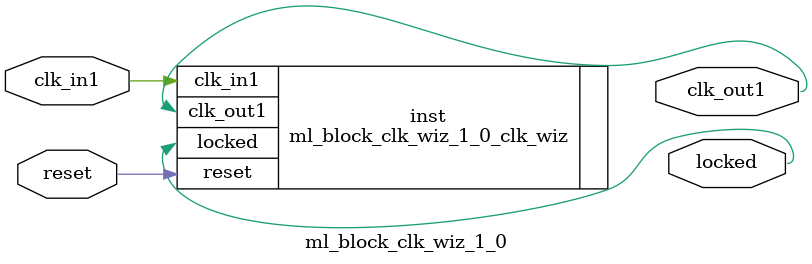
<source format=v>


`timescale 1ps/1ps

(* CORE_GENERATION_INFO = "ml_block_clk_wiz_1_0,clk_wiz_v6_0_11_0_0,{component_name=ml_block_clk_wiz_1_0,use_phase_alignment=true,use_min_o_jitter=false,use_max_i_jitter=false,use_dyn_phase_shift=false,use_inclk_switchover=false,use_dyn_reconfig=false,enable_axi=0,feedback_source=FDBK_AUTO,PRIMITIVE=MMCM,num_out_clk=1,clkin1_period=10.000,clkin2_period=10.000,use_power_down=false,use_reset=true,use_locked=true,use_inclk_stopped=false,feedback_type=SINGLE,CLOCK_MGR_TYPE=NA,manual_override=false}" *)

module ml_block_clk_wiz_1_0 
 (
  // Clock out ports
  output        clk_out1,
  // Status and control signals
  input         reset,
  output        locked,
 // Clock in ports
  input         clk_in1
 );

  ml_block_clk_wiz_1_0_clk_wiz inst
  (
  // Clock out ports  
  .clk_out1(clk_out1),
  // Status and control signals               
  .reset(reset), 
  .locked(locked),
 // Clock in ports
  .clk_in1(clk_in1)
  );

endmodule

</source>
